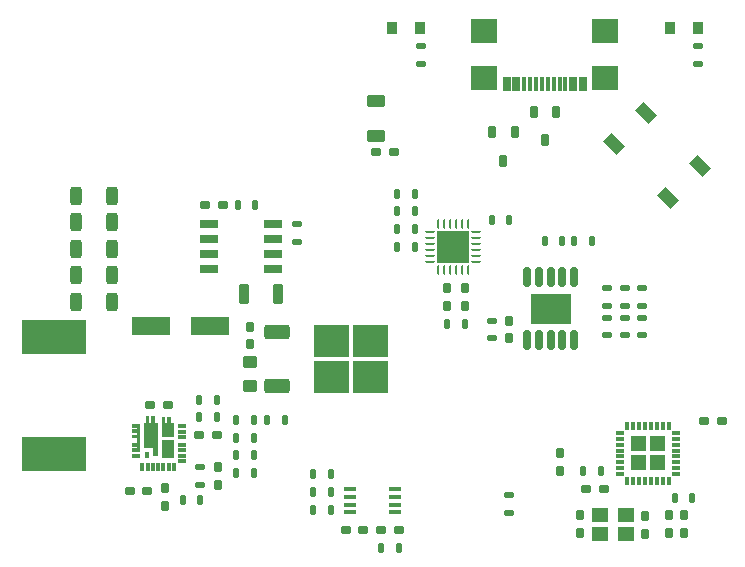
<source format=gtp>
%FSLAX46Y46*%
%MOMM*%
%AMPS29*
4,1,20,
0.087500,0.875000,
0.087500,0.725000,
-0.362500,0.725000,
-0.362500,0.425000,
0.087500,0.425000,
0.087500,0.275000,
-0.362500,0.275000,
-0.362500,-0.025000,
0.087500,-0.025000,
0.087500,-0.425000,
-0.362500,-0.425000,
-0.362500,-0.725000,
0.087500,-0.725000,
0.087500,-0.875000,
-0.362500,-0.875000,
-0.362500,-1.175000,
0.362500,-1.175000,
0.362500,1.175000,
-0.362500,1.175000,
-0.362500,0.875000,
0.087500,0.875000,
0*
%
%ADD29PS29*%
%AMPS14*
4,1,4,
3.150000,2.850000,
3.150000,0.150000,
0.150000,0.150000,
0.150000,2.850000,
3.150000,2.850000,
0*
4,1,4,
0.150000,-2.850000,
0.150000,-0.150000,
3.150000,-0.150000,
3.150000,-2.850000,
0.150000,-2.850000,
0*
4,1,4,
-3.150000,-2.850000,
-3.150000,-0.150000,
-0.150000,-0.150000,
-0.150000,-2.850000,
-3.150000,-2.850000,
0*
4,1,4,
-0.150000,2.850000,
-0.150000,0.150000,
-3.150000,0.150000,
-3.150000,2.850000,
-0.150000,2.850000,
0*
%
%ADD14PS14*%
%AMPS27*
21,1,0.580000,0.380000,0.000000,0.000000,270.000000*
%
%ADD27PS27*%
%AMPS34*
21,1,1.000000,1.600000,0.000000,0.000000,45.000000*
%
%ADD34PS34*%
%AMPS35*
21,1,1.000000,1.600000,0.000000,0.000000,225.000000*
%
%ADD35PS35*%
%AMPS48*
21,1,2.700000,2.700000,0.000000,0.000000,180.000000*
%
%ADD48PS48*%
%AMPS45*
21,1,0.900000,1.000000,0.000000,0.000000,0.000000*
%
%ADD45PS45*%
%AMPS33*
21,1,1.575000,1.050000,0.000000,0.000000,270.000000*
%
%ADD33PS33*%
%AMPS41*
21,1,3.200000,1.600000,0.000000,0.000000,180.000000*
%
%ADD41PS41*%
%AMPS28*
21,1,0.300000,0.725000,0.000000,0.000000,180.000000*
%
%ADD28PS28*%
%AMPS30*
21,1,0.300000,0.725000,0.000000,0.000000,270.000000*
%
%ADD30PS30*%
%AMPS37*
21,1,0.600000,1.500000,0.000000,0.000000,90.000000*
%
%ADD37PS37*%
%AMPS38*
21,1,0.600000,1.500000,0.000000,0.000000,270.000000*
%
%ADD38PS38*%
%AMPS39*
21,1,2.900000,5.400000,0.000000,0.000000,90.000000*
%
%ADD39PS39*%
%AMPS17*
21,1,2.500000,3.400000,0.000000,0.000000,90.000000*
%
%ADD17PS17*%
%AMPS42*
21,1,0.600000,1.150000,0.000000,0.000000,180.000000*
%
%ADD42PS42*%
%AMPS20*
21,1,0.300000,0.600000,0.000000,0.000000,0.000000*
%
%ADD20PS20*%
%AMPS19*
21,1,0.300000,0.600000,0.000000,0.000000,90.000000*
%
%ADD19PS19*%
%AMPS21*
21,1,0.300000,0.600000,0.000000,0.000000,180.000000*
%
%ADD21PS21*%
%AMPS18*
21,1,0.300000,0.600000,0.000000,0.000000,270.000000*
%
%ADD18PS18*%
%AMPS43*
21,1,2.180000,2.000000,0.000000,0.000000,180.000000*
%
%ADD43PS43*%
%AMPS44*
21,1,0.300000,1.150000,0.000000,0.000000,180.000000*
%
%ADD44PS44*%
%AMPS54*
21,1,1.400000,1.200000,0.000000,0.000000,0.000000*
%
%ADD54PS54*%
%AMPS31*
4,1,14,
0.145000,-1.037500,
0.145000,-1.687500,
0.600000,-1.687500,
0.600000,1.137500,
0.300000,1.137500,
0.300000,1.687500,
0.000000,1.687500,
0.000000,1.137500,
-0.150000,1.137500,
-0.150000,1.687500,
-0.450000,1.687500,
-0.450000,1.137500,
-0.600000,1.137500,
-0.600000,-1.037500,
0.145000,-1.037500,
0*
%
%ADD31PS31*%
%AMPS32*
4,1,10,
0.525000,-0.850000,
0.525000,0.300000,
0.225000,0.300000,
0.225000,0.850000,
-0.075000,0.850000,
-0.075000,0.300000,
-0.225000,0.300000,
-0.225000,0.850000,
-0.525000,0.850000,
-0.525000,-0.850000,
0.525000,-0.850000,
0*
%
%ADD32PS32*%
%AMPS12*
1,1,0.500000,0.250000,0.550000*
1,1,0.500000,0.250000,-0.550000*
21,1,1.000000,1.100000,0.000000,0.000000,180.000000*
21,1,0.500000,1.600000,0.000000,0.000000,180.000000*
1,1,0.500000,-0.250000,0.550000*
1,1,0.500000,-0.250000,-0.550000*
%
%ADD12PS12*%
%AMPS23*
1,1,0.500000,-0.550000,0.250000*
1,1,0.500000,0.550000,0.250000*
21,1,1.000000,1.100000,0.000000,0.000000,270.000000*
21,1,0.500000,1.600000,0.000000,0.000000,270.000000*
1,1,0.500000,-0.550000,-0.250000*
1,1,0.500000,0.550000,-0.250000*
%
%ADD23PS23*%
%AMPS51*
1,1,0.100000,0.500000,-0.150000*
1,1,0.100000,-0.500000,-0.150000*
21,1,0.400000,1.000000,0.000000,0.000000,90.000000*
21,1,0.300000,1.100000,0.000000,0.000000,90.000000*
1,1,0.100000,0.500000,0.150000*
1,1,0.100000,-0.500000,0.150000*
%
%ADD51PS51*%
%AMPS52*
1,1,0.100000,-0.500000,0.150000*
1,1,0.100000,0.500000,0.150000*
21,1,0.400000,1.000000,0.000000,0.000000,270.000000*
21,1,0.300000,1.100000,0.000000,0.000000,270.000000*
1,1,0.100000,-0.500000,-0.150000*
1,1,0.100000,0.500000,-0.150000*
%
%ADD52PS52*%
%AMPS46*
1,1,0.125000,0.062500,0.350000*
1,1,0.125000,0.062500,-0.350000*
21,1,0.250000,0.700000,0.000000,0.000000,180.000000*
21,1,0.125000,0.825000,0.000000,0.000000,180.000000*
1,1,0.125000,-0.062500,0.350000*
1,1,0.125000,-0.062500,-0.350000*
%
%ADD46PS46*%
%AMPS49*
1,1,0.360000,-0.220000,-0.195000*
1,1,0.360000,-0.220000,0.195000*
21,1,0.800000,0.390000,0.000000,0.000000,0.000000*
21,1,0.440000,0.750000,0.000000,0.000000,0.000000*
1,1,0.360000,0.220000,-0.195000*
1,1,0.360000,0.220000,0.195000*
%
%ADD49PS49*%
%AMPS24*
1,1,0.360000,0.195000,-0.220000*
1,1,0.360000,-0.195000,-0.220000*
21,1,0.800000,0.390000,0.000000,0.000000,90.000000*
21,1,0.440000,0.750000,0.000000,0.000000,90.000000*
1,1,0.360000,0.195000,0.220000*
1,1,0.360000,-0.195000,0.220000*
%
%ADD24PS24*%
%AMPS40*
1,1,0.360000,0.220000,0.195000*
1,1,0.360000,0.220000,-0.195000*
21,1,0.800000,0.390000,0.000000,0.000000,180.000000*
21,1,0.440000,0.750000,0.000000,0.000000,180.000000*
1,1,0.360000,-0.220000,0.195000*
1,1,0.360000,-0.220000,-0.195000*
%
%ADD40PS40*%
%AMPS26*
1,1,0.360000,-0.195000,0.220000*
1,1,0.360000,0.195000,0.220000*
21,1,0.800000,0.390000,0.000000,0.000000,270.000000*
21,1,0.440000,0.750000,0.000000,0.000000,270.000000*
1,1,0.360000,-0.195000,-0.220000*
1,1,0.360000,0.195000,-0.220000*
%
%ADD26PS26*%
%AMPS15*
1,1,0.300000,-0.175000,-0.675000*
1,1,0.300000,-0.175000,0.675000*
21,1,0.650000,1.350000,0.000000,0.000000,0.000000*
21,1,0.350000,1.650000,0.000000,0.000000,0.000000*
1,1,0.300000,0.175000,-0.675000*
1,1,0.300000,0.175000,0.675000*
%
%ADD15PS15*%
%AMPS16*
1,1,0.300000,0.175000,0.675000*
1,1,0.300000,0.175000,-0.675000*
21,1,0.650000,1.350000,0.000000,0.000000,180.000000*
21,1,0.350000,1.650000,0.000000,0.000000,180.000000*
1,1,0.300000,-0.175000,0.675000*
1,1,0.300000,-0.175000,-0.675000*
%
%ADD16PS16*%
%AMPS55*
1,1,0.440000,0.230000,0.630000*
1,1,0.440000,0.230000,-0.630000*
21,1,0.900000,1.260000,0.000000,0.000000,180.000000*
21,1,0.460000,1.700000,0.000000,0.000000,180.000000*
1,1,0.440000,-0.230000,0.630000*
1,1,0.440000,-0.230000,-0.630000*
%
%ADD55PS55*%
%AMPS53*
1,1,0.500000,0.375000,-0.250000*
1,1,0.500000,-0.375000,-0.250000*
21,1,1.000000,0.750000,0.000000,0.000000,90.000000*
21,1,0.500000,1.250000,0.000000,0.000000,90.000000*
1,1,0.500000,0.375000,0.250000*
1,1,0.500000,-0.375000,0.250000*
%
%ADD53PS53*%
%AMPS10*
1,1,0.240000,-0.130000,-0.330000*
1,1,0.240000,-0.130000,0.330000*
21,1,0.500000,0.660000,0.000000,0.000000,0.000000*
21,1,0.260000,0.900000,0.000000,0.000000,0.000000*
1,1,0.240000,0.130000,-0.330000*
1,1,0.240000,0.130000,0.330000*
%
%ADD10PS10*%
%AMPS25*
1,1,0.240000,0.330000,-0.130000*
1,1,0.240000,-0.330000,-0.130000*
21,1,0.500000,0.660000,0.000000,0.000000,90.000000*
21,1,0.260000,0.900000,0.000000,0.000000,90.000000*
1,1,0.240000,0.330000,0.130000*
1,1,0.240000,-0.330000,0.130000*
%
%ADD25PS25*%
%AMPS11*
1,1,0.240000,0.130000,0.330000*
1,1,0.240000,0.130000,-0.330000*
21,1,0.500000,0.660000,0.000000,0.000000,180.000000*
21,1,0.260000,0.900000,0.000000,0.000000,180.000000*
1,1,0.240000,-0.130000,0.330000*
1,1,0.240000,-0.130000,-0.330000*
%
%ADD11PS11*%
%AMPS36*
1,1,0.240000,-0.330000,0.130000*
1,1,0.240000,0.330000,0.130000*
21,1,0.500000,0.660000,0.000000,0.000000,270.000000*
21,1,0.260000,0.900000,0.000000,0.000000,270.000000*
1,1,0.240000,-0.330000,-0.130000*
1,1,0.240000,0.330000,-0.130000*
%
%ADD36PS36*%
%AMPS13*
1,1,0.500000,-0.850000,-0.350000*
1,1,0.500000,-0.850000,0.350000*
21,1,2.200000,0.700000,0.000000,0.000000,0.000000*
21,1,1.700000,1.200000,0.000000,0.000000,0.000000*
1,1,0.500000,0.850000,-0.350000*
1,1,0.500000,0.850000,0.350000*
%
%ADD13PS13*%
%AMPS50*
1,1,0.340000,-0.180000,-0.330000*
1,1,0.340000,-0.180000,0.330000*
21,1,0.700000,0.660000,0.000000,0.000000,0.000000*
21,1,0.360000,1.000000,0.000000,0.000000,0.000000*
1,1,0.340000,0.180000,-0.330000*
1,1,0.340000,0.180000,0.330000*
%
%ADD50PS50*%
%AMPS47*
1,1,0.125000,0.350000,0.062500*
1,1,0.125000,0.350000,-0.062500*
21,1,0.825000,0.125000,0.000000,0.000000,180.000000*
21,1,0.700000,0.250000,0.000000,0.000000,180.000000*
1,1,0.125000,-0.350000,0.062500*
1,1,0.125000,-0.350000,-0.062500*
%
%ADD47PS47*%
%AMPS22*
4,1,4,
1.443750,0.206250,
0.206250,0.206250,
0.206250,1.443750,
1.443750,1.443750,
1.443750,0.206250,
0*
4,1,4,
-0.206250,0.206250,
-1.443750,0.206250,
-1.443750,1.443750,
-0.206250,1.443750,
-0.206250,0.206250,
0*
4,1,4,
-0.206250,-1.443750,
-1.443750,-1.443750,
-1.443750,-0.206250,
-0.206250,-0.206250,
-0.206250,-1.443750,
0*
4,1,4,
1.443750,-1.443750,
0.206250,-1.443750,
0.206250,-0.206250,
1.443750,-0.206250,
1.443750,-1.443750,
0*
%
%ADD22PS22*%
G01*
G01*
%LPD*%
G75*
D10*
X10842576Y65829858D03*
D10*
X12342576Y65829858D03*
D11*
X26000000Y82000000D03*
D11*
X24500000Y82000000D03*
D10*
X10842576Y61329858D03*
D10*
X12342576Y61329858D03*
D10*
X32500000Y82750000D03*
D10*
X34000000Y82750000D03*
D12*
X342576Y78079858D03*
D12*
X-2657424Y78079858D03*
D13*
X14300000Y73279998D03*
D13*
X14300000Y68719998D03*
D14*
X20600000Y70999998D03*
D15*
X37500000Y72600000D03*
D16*
X35500000Y77900000D03*
D15*
X38500000Y72600000D03*
D16*
X36500000Y77900000D03*
D16*
X39500000Y77900000D03*
D15*
X36500000Y72600000D03*
D17*
X37500000Y75250000D03*
D15*
X35500000Y72600000D03*
D15*
X39500000Y72600000D03*
D16*
X38500000Y77900000D03*
D16*
X37500000Y77900000D03*
D18*
X43399998Y63750000D03*
D19*
X48099998Y63750000D03*
D20*
X45499998Y60650000D03*
D18*
X43399998Y61250000D03*
D21*
X46499998Y65350000D03*
D18*
X43399998Y64750000D03*
D19*
X48099998Y62250000D03*
D20*
X45999998Y60650000D03*
D21*
X44499998Y65350000D03*
D18*
X43399998Y63250000D03*
D20*
X46499998Y60650000D03*
D18*
X43399998Y61750000D03*
D19*
X48099998Y63250000D03*
D20*
X47499998Y60650000D03*
D19*
X48099998Y61750000D03*
D21*
X46999998Y65350000D03*
D19*
X48099998Y62750000D03*
D22*
X45749998Y63000000D03*
D21*
X43999998Y65350000D03*
D20*
X44499998Y60650000D03*
D21*
X47499998Y65350000D03*
D21*
X44999998Y65350000D03*
D21*
X45499998Y65350000D03*
D20*
X44999998Y60650000D03*
D21*
X45999998Y65350000D03*
D19*
X48099998Y61250000D03*
D19*
X48099998Y64750000D03*
D18*
X43399998Y62750000D03*
D19*
X48099998Y64250000D03*
D18*
X43399998Y62250000D03*
D18*
X43399998Y64250000D03*
D20*
X43999998Y60650000D03*
D20*
X46999998Y60650000D03*
D23*
X22750000Y92850000D03*
D23*
X22750000Y89850000D03*
D24*
X47500000Y57750000D03*
D24*
X47500000Y56250000D03*
D25*
X7842576Y60329858D03*
D25*
X7842576Y61829858D03*
D11*
X26000000Y83500000D03*
D11*
X24500000Y83500000D03*
D26*
X45500000Y56208334D03*
D26*
X45500000Y57708334D03*
D11*
X18900000Y59749980D03*
D11*
X17400000Y59749980D03*
D27*
X3347576Y62844858D03*
D28*
X5617576Y61892358D03*
D29*
X2405076Y64279858D03*
D28*
X2917576Y61892358D03*
D30*
X2405076Y62804858D03*
D30*
X6280076Y64854858D03*
D28*
X3367576Y61892358D03*
D30*
X6280076Y64404858D03*
D28*
X4717576Y61892358D03*
D31*
X3667576Y64442358D03*
D28*
X5167576Y61892358D03*
D30*
X6280076Y62804858D03*
D32*
X5092576Y65279858D03*
D30*
X6280076Y65304858D03*
D30*
X6280076Y63254858D03*
D28*
X3817576Y61892358D03*
D33*
X5092576Y63342358D03*
D30*
X6280076Y63704858D03*
D28*
X4267576Y61892358D03*
D30*
X6280076Y62354858D03*
D34*
X47419238Y84643756D03*
D35*
X45580762Y91856244D03*
D35*
X42893756Y89169238D03*
D34*
X50106244Y87330762D03*
D36*
X42250000Y74500000D03*
D36*
X42250000Y73000000D03*
D11*
X24650000Y55000000D03*
D11*
X23150000Y55000000D03*
D37*
X13950000Y79864998D03*
D37*
X13950000Y82404998D03*
D38*
X8550000Y79864998D03*
D37*
X13950000Y78594998D03*
D37*
X13950000Y81134998D03*
D38*
X8550000Y82404998D03*
D38*
X8550000Y81134998D03*
D38*
X8550000Y78594998D03*
D36*
X43750000Y77000000D03*
D36*
X43750000Y75500000D03*
D24*
X34000000Y74250000D03*
D24*
X34000000Y72750000D03*
D26*
X38250000Y61500000D03*
D26*
X38250000Y63000000D03*
D24*
X9342576Y61829858D03*
D24*
X9342576Y60329858D03*
D26*
X48750000Y56250000D03*
D26*
X48750000Y57750000D03*
D25*
X50006250Y96000000D03*
D25*
X50006250Y97500000D03*
D10*
X7750000Y67500000D03*
D10*
X9250000Y67500000D03*
D26*
X4842576Y58579858D03*
D26*
X4842576Y60079858D03*
D24*
X40000000Y57750000D03*
D24*
X40000000Y56250000D03*
D39*
X-4557424Y72829858D03*
D39*
X-4557424Y62929858D03*
D40*
X40500002Y60000000D03*
D40*
X42000002Y60000000D03*
D41*
X3692576Y73779858D03*
D41*
X8692576Y73779858D03*
D12*
X342576Y82579858D03*
D12*
X-2657424Y82579858D03*
D42*
X33800000Y94245000D03*
D43*
X42110000Y94820000D03*
D44*
X38250000Y94245000D03*
D43*
X31890000Y98750000D03*
D44*
X35750000Y94245000D03*
D43*
X31890000Y94820000D03*
D44*
X37250000Y94245000D03*
D44*
X38750000Y94245000D03*
D44*
X35250000Y94245000D03*
D42*
X39400000Y94245000D03*
D43*
X42110000Y98750000D03*
D44*
X36750000Y94245000D03*
D42*
X34600000Y94245000D03*
D42*
X40200000Y94245000D03*
D44*
X37750000Y94245000D03*
D44*
X36250000Y94245000D03*
D12*
X342576Y84829858D03*
D12*
X-2657424Y84829858D03*
D11*
X18900000Y58249980D03*
D11*
X17400000Y58249980D03*
D11*
X12342576Y64329858D03*
D11*
X10842576Y64329858D03*
D45*
X26450000Y99000000D03*
D45*
X24050000Y99000000D03*
D46*
X28000000Y82462500D03*
D47*
X31212500Y81250000D03*
D46*
X29000000Y78537500D03*
D47*
X31212500Y80750000D03*
D47*
X27287500Y80750000D03*
D47*
X31212500Y79250000D03*
D47*
X31212500Y79750000D03*
D46*
X29000000Y82462500D03*
D46*
X29500000Y82462500D03*
D46*
X28500000Y78537500D03*
D46*
X29500000Y78537500D03*
D46*
X28500000Y82462500D03*
D46*
X30000000Y82462500D03*
D46*
X30500000Y82462500D03*
D47*
X27287500Y79750000D03*
D46*
X30500000Y78537500D03*
D46*
X28000000Y78537500D03*
D47*
X31212500Y80250000D03*
D48*
X29250000Y80500000D03*
D47*
X27287500Y79250000D03*
D46*
X30000000Y78537500D03*
D47*
X31212500Y81750000D03*
D47*
X27287500Y81250000D03*
D47*
X27287500Y81750000D03*
D47*
X27287500Y80250000D03*
D45*
X49968750Y99000000D03*
D45*
X47568750Y99000000D03*
D49*
X24250000Y88500000D03*
D49*
X22750000Y88500000D03*
D11*
X41750000Y61500000D03*
D11*
X40250000Y61500000D03*
D50*
X33500000Y87800000D03*
D50*
X34450000Y90200000D03*
D50*
X32550000Y90200000D03*
D49*
X3342576Y59829858D03*
D49*
X1842576Y59829858D03*
D36*
X45250000Y77000000D03*
D36*
X45250000Y75500000D03*
D12*
X342576Y80329858D03*
D12*
X-2657424Y80329858D03*
D11*
X30250000Y74000000D03*
D11*
X28750000Y74000000D03*
D10*
X48000000Y59250000D03*
D10*
X49500000Y59250000D03*
D40*
X7742576Y64579858D03*
D40*
X9242576Y64579858D03*
D49*
X52000000Y65750000D03*
D49*
X50500000Y65750000D03*
D26*
X12000000Y72249998D03*
D26*
X12000000Y73749998D03*
D11*
X12500000Y83999998D03*
D11*
X11000000Y83999998D03*
D25*
X34000000Y58000000D03*
D25*
X34000000Y59500000D03*
D10*
X6342576Y59079858D03*
D10*
X7842576Y59079858D03*
D26*
X28750000Y75500000D03*
D26*
X28750000Y77000000D03*
D51*
X24300000Y58674980D03*
D52*
X20500000Y59974980D03*
D51*
X24300000Y59974980D03*
D51*
X24300000Y58024980D03*
D52*
X20500000Y58674980D03*
D51*
X24300000Y59324980D03*
D52*
X20500000Y59324980D03*
D52*
X20500000Y58024980D03*
D25*
X16000000Y80904998D03*
D25*
X16000000Y82404998D03*
D11*
X18900000Y61250000D03*
D11*
X17400000Y61250000D03*
D36*
X42250000Y77000000D03*
D36*
X42250000Y75500000D03*
D11*
X12342576Y62829858D03*
D11*
X10842576Y62829858D03*
D10*
X24500000Y80500000D03*
D10*
X26000000Y80500000D03*
D12*
X342576Y75829858D03*
D12*
X-2657424Y75829858D03*
D49*
X21650000Y56499980D03*
D49*
X20150000Y56499980D03*
D50*
X37000000Y89550000D03*
D50*
X37950000Y91950000D03*
D50*
X36050000Y91950000D03*
D36*
X32500000Y74250000D03*
D36*
X32500000Y72750000D03*
D53*
X12000008Y68750054D03*
D53*
X12000008Y70750054D03*
D10*
X24500000Y85000000D03*
D10*
X26000000Y85000000D03*
D54*
X43849998Y57800000D03*
D54*
X41649998Y57800000D03*
D54*
X41649998Y56200000D03*
D54*
X43849998Y56200000D03*
D49*
X9750000Y83999998D03*
D49*
X8250000Y83999998D03*
D11*
X38500000Y81000000D03*
D11*
X37000000Y81000000D03*
D10*
X39500000Y81000000D03*
D10*
X41000000Y81000000D03*
D26*
X30250000Y75500000D03*
D26*
X30250000Y77000000D03*
D40*
X23150000Y56499980D03*
D40*
X24650000Y56499980D03*
D10*
X7742576Y66079858D03*
D10*
X9242576Y66079858D03*
D11*
X15000000Y65829858D03*
D11*
X13500000Y65829858D03*
D36*
X43750000Y74500000D03*
D36*
X43750000Y73000000D03*
D55*
X11550000Y76500000D03*
D55*
X14450000Y76500000D03*
D36*
X45250000Y74500000D03*
D36*
X45250000Y73000000D03*
D49*
X5092576Y67129858D03*
D49*
X3592576Y67129858D03*
D25*
X26500000Y96000000D03*
D25*
X26500000Y97500000D03*
M02*

</source>
